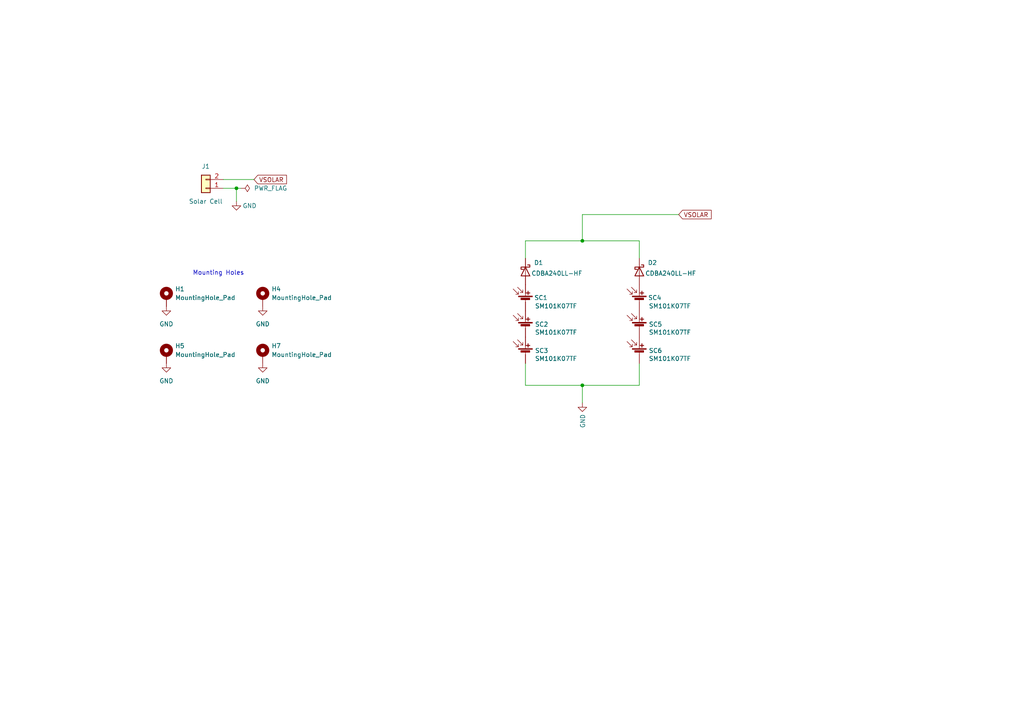
<source format=kicad_sch>
(kicad_sch (version 20211123) (generator eeschema)
  (paper "A4")
  (title_block (title "Solar Panel (USB Side)") (date "2023-02-06") (rev "4"))
  (lib_symbols
    (symbol "Connector_Generic:Conn_01x02" (pin_names (offset 1.016) hide)
      (property "Reference" "J" (at 0 2.54 0))
      (property "Value" "Conn_01x02" (at 0 -5.08 0))
      (symbol "Conn_01x02_1_1"
        (rectangle (start -1.27 -2.413) (end 0 -2.667) (stroke (width 0.1524)))
        (rectangle (start -1.27 0.127) (end 0 -0.127) (stroke (width 0.1524)))
        (rectangle (start -1.27 1.27) (end 1.27 -3.81) (stroke (width 0.254)) (fill (type background)))
        (pin passive line (at -5.08 0 0) (length 3.81) (name "Pin_1") (number "1"))
        (pin passive line (at -5.08 -2.54 0) (length 3.81) (name "Pin_2") (number "2"))
      )
    )
    (symbol "Device:D_Schottky" (pin_numbers hide) (pin_names (offset 1.016) hide)
      (property "Reference" "D" (at 0 2.54 0))
      (property "Value" "D_Schottky" (at 0 -2.54 0))
      (symbol "D_Schottky_0_1"
        (polyline (pts (xy 1.27 0) (xy -1.27 0)))
        (polyline (pts (xy 1.27 1.27) (xy 1.27 -1.27) (xy -1.27 0) (xy 1.27 1.27)) (stroke (width 0.254)))
        (polyline (pts (xy -1.905 0.635) (xy -1.905 1.27) (xy -1.27 1.27) (xy -1.27 -1.27) (xy -0.635 -1.27) (xy -0.635 -0.635)) (stroke (width 0.254)))
      )
      (symbol "D_Schottky_1_1"
        (pin passive line (at -3.81 0 0) (length 2.54) (name "K") (number "1"))
        (pin passive line (at 3.81 0 180) (length 2.54) (name "A") (number "2"))
      )
    )
    (symbol "Device:Solar_Cell" (pin_numbers hide) (pin_names (offset 0) hide)
      (property "Reference" "SC" (at 2.54 2.54 0))
      (property "Value" "Solar_Cell" (at 2.54 0 0))
      (symbol "Solar_Cell_0_1"
        (rectangle (start -2.032 1.778) (end 2.032 1.524) (fill (type outline)))
        (rectangle (start -1.3208 1.1938) (end 1.27 0.6858) (fill (type outline)))
        (polyline (pts (xy -2.032 2.286) (xy -3.556 3.81)))
        (polyline (pts (xy -0.762 2.794) (xy -2.286 4.318)))
        (polyline (pts (xy 0 0.762) (xy 0 0)))
        (polyline (pts (xy 0 1.778) (xy 0 2.54)))
        (polyline (pts (xy 0.254 2.667) (xy 1.27 2.667)) (stroke (width 0.254)))
        (polyline (pts (xy 0.762 3.175) (xy 0.762 2.159)) (stroke (width 0.254)))
        (polyline (pts (xy -2.032 3.048) (xy -2.032 2.286) (xy -2.794 2.286)))
        (polyline (pts (xy -0.762 3.556) (xy -0.762 2.794) (xy -1.524 2.794)))
      )
      (symbol "Solar_Cell_1_1"
        (pin passive line (at 0 5.08 270) (length 2.54) (name "+") (number "1"))
        (pin passive line (at 0 -2.54 90) (length 2.54) (name "-") (number "2"))
      )
    )
    (symbol "Mechanical:MountingHole_Pad" (pin_numbers hide) (pin_names (offset 1.016) hide)
      (property "Reference" "H" (at 0 6.35 0))
      (property "Value" "MountingHole_Pad" (at 0 4.445 0))
      (symbol "MountingHole_Pad_0_1"
        (circle (center 0 1.27) (radius 1.27) (stroke (width 1.27)))
      )
      (symbol "MountingHole_Pad_1_1"
        (pin input line (at 0 -2.54 90) (length 2.54) (name "1") (number "1"))
      )
    )
    (symbol "power:GND" (power) (pin_names (offset 0))
      (property "Value" "GND" (at 0 -3.81 0))
      (symbol "GND_0_1"
        (polyline (pts (xy 0 0) (xy 0 -1.27) (xy 1.27 -1.27) (xy 0 -2.54) (xy -1.27 -1.27) (xy 0 -1.27)))
      )
      (symbol "GND_1_1"
        (pin power_in line (at 0 0 270) (length 0) hide (name "GND") (number "1"))
      )
    )
    (symbol "power:PWR_FLAG" (power) (pin_numbers hide) (pin_names (offset 0) hide)
      (property "Value" "PWR_FLAG" (at 0 3.81 0))
      (symbol "PWR_FLAG_0_0"
        (pin power_out line (at 0 0 90) (length 0) (name "pwr") (number "1"))
      )
      (symbol "PWR_FLAG_0_1"
        (polyline (pts (xy 0 0) (xy 0 1.27) (xy -1.016 1.905) (xy 0 2.54) (xy 1.016 1.905) (xy 0 1.27)))
      )
    )
  )
  (junction (at 168.91 69.85))
  (junction (at 168.91 111.76))
  (junction (at 68.58 54.61))
  (wire (pts (xy 196.85 62.23) (xy 168.91 62.23)))
  (wire (pts (xy 68.58 54.61) (xy 64.77 54.61)))
  (wire (pts (xy 69.85 54.61) (xy 68.58 54.61)))
  (wire (pts (xy 185.42 69.85) (xy 185.42 74.93)))
  (wire (pts (xy 168.91 62.23) (xy 168.91 69.85)))
  (wire (pts (xy 152.4 74.93) (xy 152.4 69.85)))
  (wire (pts (xy 68.58 54.61) (xy 68.58 58.42)))
  (wire (pts (xy 168.91 69.85) (xy 185.42 69.85)))
  (wire (pts (xy 168.91 111.76) (xy 185.42 111.76)))
  (wire (pts (xy 152.4 105.41) (xy 152.4 111.76)))
  (wire (pts (xy 73.66 52.07) (xy 64.77 52.07)))
  (wire (pts (xy 168.91 111.76) (xy 168.91 116.84)))
  (wire (pts (xy 152.4 69.85) (xy 168.91 69.85)))
  (wire (pts (xy 185.42 111.76) (xy 185.42 105.41)))
  (wire (pts (xy 152.4 111.76) (xy 168.91 111.76)))
  (text "Mounting Holes" (at 55.88 80.01 0) (effects (font (size 1.27 1.27)) (justify left bottom)))
  (global_label "VSOLAR" (shape input) (at 196.85 62.23 0) (property "Intersheet References" "${INTERSHEET_REFS}" (effects hide)))
  (global_label "VSOLAR" (shape input) (at 73.66 52.07 0) (property "Intersheet References" "${INTERSHEET_REFS}" (effects hide)))
  (symbol (lib_id "power:GND") (at 68.58 58.42 0) (unit 1)
    (property "Reference" "#PWR0102" (effects hide))
    (property "Value" "GND" (at 72.39 59.69 0))
  )
  (symbol (lib_id "Device:Solar_Cell") (at 185.42 87.63 0) (unit 1)
    (property "Reference" "SC4" (at 187.96 86.36 0) (effects (justify left)))
    (property "Value" "SM101K07TF" (at 188.1632 88.773 0) (effects (justify left)))
    (property "Footprint" "ISP:SM101K07TF" (effects hide))
  )
  (symbol (lib_id "Device:Solar_Cell") (at 185.42 102.87 0) (unit 1)
    (property "Reference" "SC6" (at 188.1632 101.7016 0) (effects (justify left)))
    (property "Value" "SM101K07TF" (at 188.1632 104.013 0) (effects (justify left)))
    (property "Footprint" "ISP:SM101K07TF" (effects hide))
  )
  (symbol (lib_id "power:GND") (at 76.2 88.9 0) (unit 1)
    (property "Reference" "#PWR0105" (effects hide))
    (property "Value" "GND" (at 76.2 93.98 0))
  )
  (symbol (lib_id "Connector_Generic:Conn_01x02") (at 59.69 54.61 180) (unit 1)
    (property "Reference" "J1" (at 59.69 48.26 0))
    (property "Value" "Solar Cell" (at 59.69 58.42 0))
    (property "Footprint" "Molex_PicoLock_2p_2mm_2053380002:2053380002" (effects hide))
  )
  (symbol (lib_id "Device:Solar_Cell") (at 152.4 102.87 0) (unit 1)
    (property "Reference" "SC3" (at 155.1432 101.7016 0) (effects (justify left)))
    (property "Value" "SM101K07TF" (at 155.1432 104.013 0) (effects (justify left)))
    (property "Footprint" "ISP:SM101K07TF" (effects hide))
  )
  (symbol (lib_id "power:GND") (at 48.26 105.41 0) (unit 1)
    (property "Reference" "#PWR0109" (effects hide))
    (property "Value" "GND" (at 48.26 110.49 0))
  )
  (symbol (lib_id "Mechanical:MountingHole_Pad") (at 76.2 86.36 0) (unit 1)
    (property "Reference" "H4" (at 78.74 83.8199 0) (effects (justify left)))
    (property "Value" "MountingHole_Pad" (at 78.74 86.3599 0) (effects (justify left)))
    (property "Footprint" "MountingHole:MountingHole_3.2mm_M3_DIN965_Pad" (effects hide))
  )
  (symbol (lib_id "power:GND") (at 48.26 88.9 0) (unit 1)
    (property "Reference" "#PWR0104" (effects hide))
    (property "Value" "GND" (at 48.26 93.98 0))
  )
  (symbol (lib_id "Device:Solar_Cell") (at 152.4 95.25 0) (unit 1)
    (property "Reference" "SC2" (at 155.1432 94.0816 0) (effects (justify left)))
    (property "Value" "SM101K07TF" (at 155.1432 96.393 0) (effects (justify left)))
    (property "Footprint" "ISP:SM101K07TF" (effects hide))
  )
  (symbol (lib_id "Mechanical:MountingHole_Pad") (at 48.26 102.87 0) (unit 1)
    (property "Reference" "H5" (at 50.8 100.3299 0) (effects (justify left)))
    (property "Value" "MountingHole_Pad" (at 50.8 102.8699 0) (effects (justify left)))
    (property "Footprint" "MountingHole:MountingHole_3.2mm_M3_DIN965_Pad" (effects hide))
  )
  (symbol (lib_id "Device:Solar_Cell") (at 152.4 87.63 0) (unit 1)
    (property "Reference" "SC1" (at 154.94 86.36 0) (effects (justify left)))
    (property "Value" "SM101K07TF" (at 155.1432 88.773 0) (effects (justify left)))
    (property "Footprint" "ISP:SM101K07TF" (effects hide))
  )
  (symbol (lib_id "Mechanical:MountingHole_Pad") (at 76.2 102.87 0) (unit 1)
    (property "Reference" "H7" (at 78.74 100.3299 0) (effects (justify left)))
    (property "Value" "MountingHole_Pad" (at 78.74 102.8699 0) (effects (justify left)))
    (property "Footprint" "MountingHole:MountingHole_3.2mm_M3_DIN965_Pad" (effects hide))
  )
  (symbol (lib_id "power:PWR_FLAG") (at 69.85 54.61 270) (unit 1)
    (property "Reference" "#FLG0101" (effects hide))
    (property "Value" "PWR_FLAG" (at 73.66 54.6099 90) (effects (justify left)))
  )
  (symbol (lib_id "power:GND") (at 76.2 105.41 0) (unit 1)
    (property "Reference" "#PWR0107" (effects hide))
    (property "Value" "GND" (at 76.2 110.49 0))
  )
  (symbol (lib_id "Mechanical:MountingHole_Pad") (at 48.26 86.36 0) (unit 1)
    (property "Reference" "H1" (at 50.8 83.8199 0) (effects (justify left)))
    (property "Value" "MountingHole_Pad" (at 50.8 86.3599 0) (effects (justify left)))
    (property "Footprint" "MountingHole:MountingHole_3.2mm_M3_DIN965_Pad" (effects hide))
  )
  (symbol (lib_id "Device:Solar_Cell") (at 185.42 95.25 0) (unit 1)
    (property "Reference" "SC5" (at 188.1632 94.0816 0) (effects (justify left)))
    (property "Value" "SM101K07TF" (at 188.1632 96.393 0) (effects (justify left)))
    (property "Footprint" "ISP:SM101K07TF" (effects hide))
  )
  (symbol (lib_id "Device:D_Schottky") (at 185.42 78.74 270) (unit 1)
    (property "Reference" "D2" (at 189.23 76.2 90))
    (property "Value" "CDBA240LL-HF" (at 201.93 80.01 90) (effects (justify right bottom)))
    (property "Footprint" "ISP:DO-214AC" (effects hide))
  )
  (symbol (lib_id "power:GND") (at 168.91 116.84 0) (unit 1)
    (property "Reference" "#PWR0101" (effects hide))
    (property "Value" "GND" (at 169.037 120.0912 90) (effects (justify right)))
  )
  (symbol (lib_id "Device:D_Schottky") (at 152.4 78.74 270) (unit 1)
    (property "Reference" "D1" (at 156.21 76.2 90))
    (property "Value" "CDBA240LL-HF" (at 168.91 80.01 90) (effects (justify right bottom)))
    (property "Footprint" "ISP:DO-214AC" (effects hide))
  )
)
</source>
